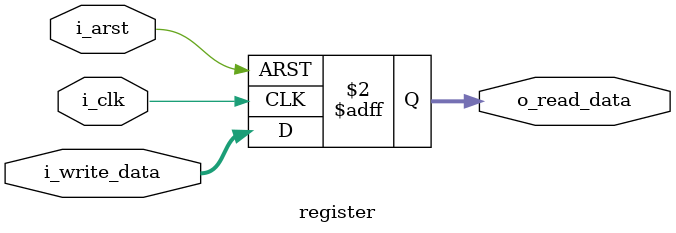
<source format=sv>
/* Copyright (c) 2024 Maveric NU. All rights reserved. */

// ----------------------------------------------------------------
// This is a nonarchitectural register without write enable signal.
// ----------------------------------------------------------------

module register
// Parameters.
#(
    parameter DATA_WIDTH = 64
)
// Port decleration. 
(   
    // Common clock & enable signal.
    input  logic                      i_clk,
    input  logic                      i_arst,

    //Input interface. 
    input  logic [ DATA_WIDTH - 1:0 ] i_write_data,
    
    // Output interface.
    output logic [ DATA_WIDTH - 1:0 ] o_read_data
);

    // Write logic.
    always_ff @( posedge i_clk, posedge i_arst ) begin 
        if ( i_arst ) o_read_data <= '0;
        else          o_read_data <= i_write_data;
    end
    
endmodule

</source>
